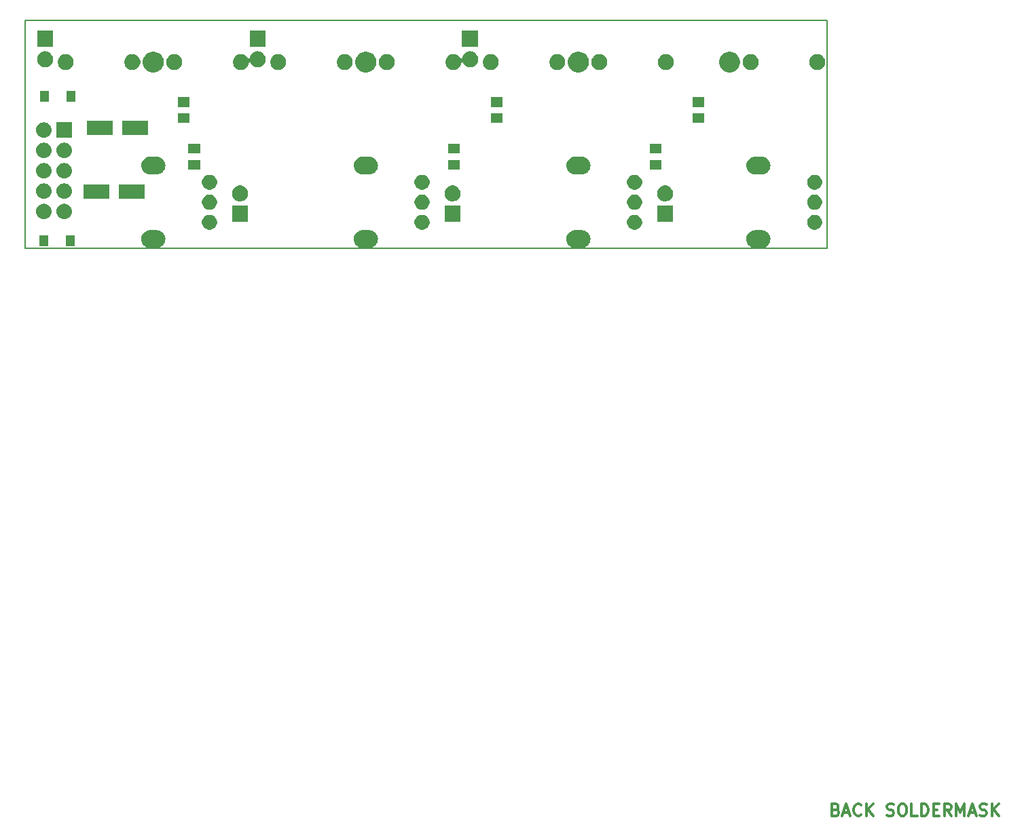
<source format=gbs>
G04 #@! TF.GenerationSoftware,KiCad,Pcbnew,(5.0.1)-3*
G04 #@! TF.CreationDate,2019-07-10T07:46:58-07:00*
G04 #@! TF.ProjectId,active_3attMix_v2,6163746976655F336174744D69785F76,V3*
G04 #@! TF.SameCoordinates,Original*
G04 #@! TF.FileFunction,Soldermask,Bot*
G04 #@! TF.FilePolarity,Negative*
%FSLAX46Y46*%
G04 Gerber Fmt 4.6, Leading zero omitted, Abs format (unit mm)*
G04 Created by KiCad (PCBNEW (5.0.1)-3) date 7/10/2019 7:46:58 AM*
%MOMM*%
%LPD*%
G01*
G04 APERTURE LIST*
%ADD10C,0.300000*%
%ADD11C,0.150000*%
%ADD12C,0.100000*%
G04 APERTURE END LIST*
D10*
X199616642Y-189313357D02*
X199830928Y-189384785D01*
X199902357Y-189456214D01*
X199973785Y-189599071D01*
X199973785Y-189813357D01*
X199902357Y-189956214D01*
X199830928Y-190027642D01*
X199688071Y-190099071D01*
X199116642Y-190099071D01*
X199116642Y-188599071D01*
X199616642Y-188599071D01*
X199759500Y-188670500D01*
X199830928Y-188741928D01*
X199902357Y-188884785D01*
X199902357Y-189027642D01*
X199830928Y-189170500D01*
X199759500Y-189241928D01*
X199616642Y-189313357D01*
X199116642Y-189313357D01*
X200545214Y-189670500D02*
X201259500Y-189670500D01*
X200402357Y-190099071D02*
X200902357Y-188599071D01*
X201402357Y-190099071D01*
X202759500Y-189956214D02*
X202688071Y-190027642D01*
X202473785Y-190099071D01*
X202330928Y-190099071D01*
X202116642Y-190027642D01*
X201973785Y-189884785D01*
X201902357Y-189741928D01*
X201830928Y-189456214D01*
X201830928Y-189241928D01*
X201902357Y-188956214D01*
X201973785Y-188813357D01*
X202116642Y-188670500D01*
X202330928Y-188599071D01*
X202473785Y-188599071D01*
X202688071Y-188670500D01*
X202759500Y-188741928D01*
X203402357Y-190099071D02*
X203402357Y-188599071D01*
X204259500Y-190099071D02*
X203616642Y-189241928D01*
X204259500Y-188599071D02*
X203402357Y-189456214D01*
X205973785Y-190027642D02*
X206188071Y-190099071D01*
X206545214Y-190099071D01*
X206688071Y-190027642D01*
X206759500Y-189956214D01*
X206830928Y-189813357D01*
X206830928Y-189670500D01*
X206759500Y-189527642D01*
X206688071Y-189456214D01*
X206545214Y-189384785D01*
X206259500Y-189313357D01*
X206116642Y-189241928D01*
X206045214Y-189170500D01*
X205973785Y-189027642D01*
X205973785Y-188884785D01*
X206045214Y-188741928D01*
X206116642Y-188670500D01*
X206259500Y-188599071D01*
X206616642Y-188599071D01*
X206830928Y-188670500D01*
X207759500Y-188599071D02*
X208045214Y-188599071D01*
X208188071Y-188670500D01*
X208330928Y-188813357D01*
X208402357Y-189099071D01*
X208402357Y-189599071D01*
X208330928Y-189884785D01*
X208188071Y-190027642D01*
X208045214Y-190099071D01*
X207759500Y-190099071D01*
X207616642Y-190027642D01*
X207473785Y-189884785D01*
X207402357Y-189599071D01*
X207402357Y-189099071D01*
X207473785Y-188813357D01*
X207616642Y-188670500D01*
X207759500Y-188599071D01*
X209759500Y-190099071D02*
X209045214Y-190099071D01*
X209045214Y-188599071D01*
X210259500Y-190099071D02*
X210259500Y-188599071D01*
X210616642Y-188599071D01*
X210830928Y-188670500D01*
X210973785Y-188813357D01*
X211045214Y-188956214D01*
X211116642Y-189241928D01*
X211116642Y-189456214D01*
X211045214Y-189741928D01*
X210973785Y-189884785D01*
X210830928Y-190027642D01*
X210616642Y-190099071D01*
X210259500Y-190099071D01*
X211759500Y-189313357D02*
X212259500Y-189313357D01*
X212473785Y-190099071D02*
X211759500Y-190099071D01*
X211759500Y-188599071D01*
X212473785Y-188599071D01*
X213973785Y-190099071D02*
X213473785Y-189384785D01*
X213116642Y-190099071D02*
X213116642Y-188599071D01*
X213688071Y-188599071D01*
X213830928Y-188670500D01*
X213902357Y-188741928D01*
X213973785Y-188884785D01*
X213973785Y-189099071D01*
X213902357Y-189241928D01*
X213830928Y-189313357D01*
X213688071Y-189384785D01*
X213116642Y-189384785D01*
X214616642Y-190099071D02*
X214616642Y-188599071D01*
X215116642Y-189670500D01*
X215616642Y-188599071D01*
X215616642Y-190099071D01*
X216259500Y-189670500D02*
X216973785Y-189670500D01*
X216116642Y-190099071D02*
X216616642Y-188599071D01*
X217116642Y-190099071D01*
X217545214Y-190027642D02*
X217759500Y-190099071D01*
X218116642Y-190099071D01*
X218259500Y-190027642D01*
X218330928Y-189956214D01*
X218402357Y-189813357D01*
X218402357Y-189670500D01*
X218330928Y-189527642D01*
X218259500Y-189456214D01*
X218116642Y-189384785D01*
X217830928Y-189313357D01*
X217688071Y-189241928D01*
X217616642Y-189170500D01*
X217545214Y-189027642D01*
X217545214Y-188884785D01*
X217616642Y-188741928D01*
X217688071Y-188670500D01*
X217830928Y-188599071D01*
X218188071Y-188599071D01*
X218402357Y-188670500D01*
X219045214Y-190099071D02*
X219045214Y-188599071D01*
X219902357Y-190099071D02*
X219259500Y-189241928D01*
X219902357Y-188599071D02*
X219045214Y-189456214D01*
D11*
X98501100Y-119238600D02*
X198501100Y-119238600D01*
X198501100Y-119238600D02*
X198501100Y-90768600D01*
X198501100Y-90768600D02*
X98501100Y-90768600D01*
X98501100Y-90768600D02*
X98501100Y-119238600D01*
D12*
G36*
X141615639Y-117015916D02*
X141822986Y-117078815D01*
X141822988Y-117078816D01*
X142014084Y-117180958D01*
X142181581Y-117318419D01*
X142319042Y-117485916D01*
X142421184Y-117677012D01*
X142484084Y-117884362D01*
X142505322Y-118100000D01*
X142484084Y-118315638D01*
X142421184Y-118522988D01*
X142319042Y-118714084D01*
X142181581Y-118881581D01*
X142014084Y-119019042D01*
X141822988Y-119121184D01*
X141822986Y-119121185D01*
X141615639Y-119184084D01*
X141454038Y-119200000D01*
X140545962Y-119200000D01*
X140384361Y-119184084D01*
X140177014Y-119121185D01*
X140177012Y-119121184D01*
X139985916Y-119019042D01*
X139818419Y-118881581D01*
X139680958Y-118714084D01*
X139578816Y-118522988D01*
X139515916Y-118315638D01*
X139494678Y-118100000D01*
X139515916Y-117884362D01*
X139578816Y-117677012D01*
X139680958Y-117485916D01*
X139818419Y-117318419D01*
X139985916Y-117180958D01*
X140177012Y-117078816D01*
X140177014Y-117078815D01*
X140384361Y-117015916D01*
X140545962Y-117000000D01*
X141454038Y-117000000D01*
X141615639Y-117015916D01*
X141615639Y-117015916D01*
G37*
G36*
X168115639Y-117015916D02*
X168322986Y-117078815D01*
X168322988Y-117078816D01*
X168514084Y-117180958D01*
X168681581Y-117318419D01*
X168819042Y-117485916D01*
X168921184Y-117677012D01*
X168984084Y-117884362D01*
X169005322Y-118100000D01*
X168984084Y-118315638D01*
X168921184Y-118522988D01*
X168819042Y-118714084D01*
X168681581Y-118881581D01*
X168514084Y-119019042D01*
X168322988Y-119121184D01*
X168322986Y-119121185D01*
X168115639Y-119184084D01*
X167954038Y-119200000D01*
X167045962Y-119200000D01*
X166884361Y-119184084D01*
X166677014Y-119121185D01*
X166677012Y-119121184D01*
X166485916Y-119019042D01*
X166318419Y-118881581D01*
X166180958Y-118714084D01*
X166078816Y-118522988D01*
X166015916Y-118315638D01*
X165994678Y-118100000D01*
X166015916Y-117884362D01*
X166078816Y-117677012D01*
X166180958Y-117485916D01*
X166318419Y-117318419D01*
X166485916Y-117180958D01*
X166677012Y-117078816D01*
X166677014Y-117078815D01*
X166884361Y-117015916D01*
X167045962Y-117000000D01*
X167954038Y-117000000D01*
X168115639Y-117015916D01*
X168115639Y-117015916D01*
G37*
G36*
X190565639Y-117015916D02*
X190772986Y-117078815D01*
X190772988Y-117078816D01*
X190964084Y-117180958D01*
X191131581Y-117318419D01*
X191269042Y-117485916D01*
X191371184Y-117677012D01*
X191434084Y-117884362D01*
X191455322Y-118100000D01*
X191434084Y-118315638D01*
X191371184Y-118522988D01*
X191269042Y-118714084D01*
X191131581Y-118881581D01*
X190964084Y-119019042D01*
X190772988Y-119121184D01*
X190772986Y-119121185D01*
X190565639Y-119184084D01*
X190404038Y-119200000D01*
X189495962Y-119200000D01*
X189334361Y-119184084D01*
X189127014Y-119121185D01*
X189127012Y-119121184D01*
X188935916Y-119019042D01*
X188768419Y-118881581D01*
X188630958Y-118714084D01*
X188528816Y-118522988D01*
X188465916Y-118315638D01*
X188444678Y-118100000D01*
X188465916Y-117884362D01*
X188528816Y-117677012D01*
X188630958Y-117485916D01*
X188768419Y-117318419D01*
X188935916Y-117180958D01*
X189127012Y-117078816D01*
X189127014Y-117078815D01*
X189334361Y-117015916D01*
X189495962Y-117000000D01*
X190404038Y-117000000D01*
X190565639Y-117015916D01*
X190565639Y-117015916D01*
G37*
G36*
X115115639Y-117015916D02*
X115322986Y-117078815D01*
X115322988Y-117078816D01*
X115514084Y-117180958D01*
X115681581Y-117318419D01*
X115819042Y-117485916D01*
X115921184Y-117677012D01*
X115984084Y-117884362D01*
X116005322Y-118100000D01*
X115984084Y-118315638D01*
X115921184Y-118522988D01*
X115819042Y-118714084D01*
X115681581Y-118881581D01*
X115514084Y-119019042D01*
X115322988Y-119121184D01*
X115322986Y-119121185D01*
X115115639Y-119184084D01*
X114954038Y-119200000D01*
X114045962Y-119200000D01*
X113884361Y-119184084D01*
X113677014Y-119121185D01*
X113677012Y-119121184D01*
X113485916Y-119019042D01*
X113318419Y-118881581D01*
X113180958Y-118714084D01*
X113078816Y-118522988D01*
X113015916Y-118315638D01*
X112994678Y-118100000D01*
X113015916Y-117884362D01*
X113078816Y-117677012D01*
X113180958Y-117485916D01*
X113318419Y-117318419D01*
X113485916Y-117180958D01*
X113677012Y-117078816D01*
X113677014Y-117078815D01*
X113884361Y-117015916D01*
X114045962Y-117000000D01*
X114954038Y-117000000D01*
X115115639Y-117015916D01*
X115115639Y-117015916D01*
G37*
G36*
X104700000Y-119000000D02*
X103600000Y-119000000D01*
X103600000Y-117600000D01*
X104700000Y-117600000D01*
X104700000Y-119000000D01*
X104700000Y-119000000D01*
G37*
G36*
X101400000Y-119000000D02*
X100300000Y-119000000D01*
X100300000Y-117600000D01*
X101400000Y-117600000D01*
X101400000Y-119000000D01*
X101400000Y-119000000D01*
G37*
G36*
X121773663Y-115097854D02*
X121944405Y-115168578D01*
X122098068Y-115271252D01*
X122228748Y-115401932D01*
X122331422Y-115555595D01*
X122402146Y-115726337D01*
X122438200Y-115907595D01*
X122438200Y-116092405D01*
X122402146Y-116273663D01*
X122331422Y-116444405D01*
X122228748Y-116598068D01*
X122098068Y-116728748D01*
X121944405Y-116831422D01*
X121773663Y-116902146D01*
X121592405Y-116938200D01*
X121407595Y-116938200D01*
X121226337Y-116902146D01*
X121055595Y-116831422D01*
X120901932Y-116728748D01*
X120771252Y-116598068D01*
X120668578Y-116444405D01*
X120597854Y-116273663D01*
X120561800Y-116092405D01*
X120561800Y-115907595D01*
X120597854Y-115726337D01*
X120668578Y-115555595D01*
X120771252Y-115401932D01*
X120901932Y-115271252D01*
X121055595Y-115168578D01*
X121226337Y-115097854D01*
X121407595Y-115061800D01*
X121592405Y-115061800D01*
X121773663Y-115097854D01*
X121773663Y-115097854D01*
G37*
G36*
X148273663Y-115097854D02*
X148444405Y-115168578D01*
X148598068Y-115271252D01*
X148728748Y-115401932D01*
X148831422Y-115555595D01*
X148902146Y-115726337D01*
X148938200Y-115907595D01*
X148938200Y-116092405D01*
X148902146Y-116273663D01*
X148831422Y-116444405D01*
X148728748Y-116598068D01*
X148598068Y-116728748D01*
X148444405Y-116831422D01*
X148273663Y-116902146D01*
X148092405Y-116938200D01*
X147907595Y-116938200D01*
X147726337Y-116902146D01*
X147555595Y-116831422D01*
X147401932Y-116728748D01*
X147271252Y-116598068D01*
X147168578Y-116444405D01*
X147097854Y-116273663D01*
X147061800Y-116092405D01*
X147061800Y-115907595D01*
X147097854Y-115726337D01*
X147168578Y-115555595D01*
X147271252Y-115401932D01*
X147401932Y-115271252D01*
X147555595Y-115168578D01*
X147726337Y-115097854D01*
X147907595Y-115061800D01*
X148092405Y-115061800D01*
X148273663Y-115097854D01*
X148273663Y-115097854D01*
G37*
G36*
X174773663Y-115097854D02*
X174944405Y-115168578D01*
X175098068Y-115271252D01*
X175228748Y-115401932D01*
X175331422Y-115555595D01*
X175402146Y-115726337D01*
X175438200Y-115907595D01*
X175438200Y-116092405D01*
X175402146Y-116273663D01*
X175331422Y-116444405D01*
X175228748Y-116598068D01*
X175098068Y-116728748D01*
X174944405Y-116831422D01*
X174773663Y-116902146D01*
X174592405Y-116938200D01*
X174407595Y-116938200D01*
X174226337Y-116902146D01*
X174055595Y-116831422D01*
X173901932Y-116728748D01*
X173771252Y-116598068D01*
X173668578Y-116444405D01*
X173597854Y-116273663D01*
X173561800Y-116092405D01*
X173561800Y-115907595D01*
X173597854Y-115726337D01*
X173668578Y-115555595D01*
X173771252Y-115401932D01*
X173901932Y-115271252D01*
X174055595Y-115168578D01*
X174226337Y-115097854D01*
X174407595Y-115061800D01*
X174592405Y-115061800D01*
X174773663Y-115097854D01*
X174773663Y-115097854D01*
G37*
G36*
X197223663Y-115097854D02*
X197394405Y-115168578D01*
X197548068Y-115271252D01*
X197678748Y-115401932D01*
X197781422Y-115555595D01*
X197852146Y-115726337D01*
X197888200Y-115907595D01*
X197888200Y-116092405D01*
X197852146Y-116273663D01*
X197781422Y-116444405D01*
X197678748Y-116598068D01*
X197548068Y-116728748D01*
X197394405Y-116831422D01*
X197223663Y-116902146D01*
X197042405Y-116938200D01*
X196857595Y-116938200D01*
X196676337Y-116902146D01*
X196505595Y-116831422D01*
X196351932Y-116728748D01*
X196221252Y-116598068D01*
X196118578Y-116444405D01*
X196047854Y-116273663D01*
X196011800Y-116092405D01*
X196011800Y-115907595D01*
X196047854Y-115726337D01*
X196118578Y-115555595D01*
X196221252Y-115401932D01*
X196351932Y-115271252D01*
X196505595Y-115168578D01*
X196676337Y-115097854D01*
X196857595Y-115061800D01*
X197042405Y-115061800D01*
X197223663Y-115097854D01*
X197223663Y-115097854D01*
G37*
G36*
X179300000Y-115940000D02*
X177300000Y-115940000D01*
X177300000Y-113940000D01*
X179300000Y-113940000D01*
X179300000Y-115940000D01*
X179300000Y-115940000D01*
G37*
G36*
X126300000Y-115940000D02*
X124300000Y-115940000D01*
X124300000Y-113940000D01*
X126300000Y-113940000D01*
X126300000Y-115940000D01*
X126300000Y-115940000D01*
G37*
G36*
X152800000Y-115940000D02*
X150800000Y-115940000D01*
X150800000Y-113940000D01*
X152800000Y-113940000D01*
X152800000Y-115940000D01*
X152800000Y-115940000D01*
G37*
G36*
X103588900Y-113710342D02*
X103770536Y-113765442D01*
X103770538Y-113765443D01*
X103854238Y-113810181D01*
X103937940Y-113854921D01*
X104084665Y-113975335D01*
X104205079Y-114122060D01*
X104294558Y-114289464D01*
X104349658Y-114471100D01*
X104368262Y-114660000D01*
X104349658Y-114848900D01*
X104294558Y-115030536D01*
X104205079Y-115197940D01*
X104084665Y-115344665D01*
X103937940Y-115465079D01*
X103770536Y-115554558D01*
X103588900Y-115609658D01*
X103447338Y-115623600D01*
X103352662Y-115623600D01*
X103211100Y-115609658D01*
X103029464Y-115554558D01*
X102862060Y-115465079D01*
X102715335Y-115344665D01*
X102594921Y-115197940D01*
X102505442Y-115030536D01*
X102450342Y-114848900D01*
X102431738Y-114660000D01*
X102450342Y-114471100D01*
X102505442Y-114289464D01*
X102594921Y-114122060D01*
X102715335Y-113975335D01*
X102862060Y-113854921D01*
X102945762Y-113810181D01*
X103029462Y-113765443D01*
X103029464Y-113765442D01*
X103211100Y-113710342D01*
X103352662Y-113696400D01*
X103447338Y-113696400D01*
X103588900Y-113710342D01*
X103588900Y-113710342D01*
G37*
G36*
X101048900Y-113710342D02*
X101230536Y-113765442D01*
X101230538Y-113765443D01*
X101314238Y-113810181D01*
X101397940Y-113854921D01*
X101544665Y-113975335D01*
X101665079Y-114122060D01*
X101754558Y-114289464D01*
X101809658Y-114471100D01*
X101828262Y-114660000D01*
X101809658Y-114848900D01*
X101754558Y-115030536D01*
X101665079Y-115197940D01*
X101544665Y-115344665D01*
X101397940Y-115465079D01*
X101230536Y-115554558D01*
X101048900Y-115609658D01*
X100907338Y-115623600D01*
X100812662Y-115623600D01*
X100671100Y-115609658D01*
X100489464Y-115554558D01*
X100322060Y-115465079D01*
X100175335Y-115344665D01*
X100054921Y-115197940D01*
X99965442Y-115030536D01*
X99910342Y-114848900D01*
X99891738Y-114660000D01*
X99910342Y-114471100D01*
X99965442Y-114289464D01*
X100054921Y-114122060D01*
X100175335Y-113975335D01*
X100322060Y-113854921D01*
X100405762Y-113810181D01*
X100489462Y-113765443D01*
X100489464Y-113765442D01*
X100671100Y-113710342D01*
X100812662Y-113696400D01*
X100907338Y-113696400D01*
X101048900Y-113710342D01*
X101048900Y-113710342D01*
G37*
G36*
X174773663Y-112597854D02*
X174944405Y-112668578D01*
X175098068Y-112771252D01*
X175228748Y-112901932D01*
X175331422Y-113055595D01*
X175402146Y-113226337D01*
X175438200Y-113407595D01*
X175438200Y-113592405D01*
X175402146Y-113773663D01*
X175331422Y-113944405D01*
X175228748Y-114098068D01*
X175098068Y-114228748D01*
X174944405Y-114331422D01*
X174773663Y-114402146D01*
X174592405Y-114438200D01*
X174407595Y-114438200D01*
X174226337Y-114402146D01*
X174055595Y-114331422D01*
X173901932Y-114228748D01*
X173771252Y-114098068D01*
X173668578Y-113944405D01*
X173597854Y-113773663D01*
X173561800Y-113592405D01*
X173561800Y-113407595D01*
X173597854Y-113226337D01*
X173668578Y-113055595D01*
X173771252Y-112901932D01*
X173901932Y-112771252D01*
X174055595Y-112668578D01*
X174226337Y-112597854D01*
X174407595Y-112561800D01*
X174592405Y-112561800D01*
X174773663Y-112597854D01*
X174773663Y-112597854D01*
G37*
G36*
X197223663Y-112597854D02*
X197394405Y-112668578D01*
X197548068Y-112771252D01*
X197678748Y-112901932D01*
X197781422Y-113055595D01*
X197852146Y-113226337D01*
X197888200Y-113407595D01*
X197888200Y-113592405D01*
X197852146Y-113773663D01*
X197781422Y-113944405D01*
X197678748Y-114098068D01*
X197548068Y-114228748D01*
X197394405Y-114331422D01*
X197223663Y-114402146D01*
X197042405Y-114438200D01*
X196857595Y-114438200D01*
X196676337Y-114402146D01*
X196505595Y-114331422D01*
X196351932Y-114228748D01*
X196221252Y-114098068D01*
X196118578Y-113944405D01*
X196047854Y-113773663D01*
X196011800Y-113592405D01*
X196011800Y-113407595D01*
X196047854Y-113226337D01*
X196118578Y-113055595D01*
X196221252Y-112901932D01*
X196351932Y-112771252D01*
X196505595Y-112668578D01*
X196676337Y-112597854D01*
X196857595Y-112561800D01*
X197042405Y-112561800D01*
X197223663Y-112597854D01*
X197223663Y-112597854D01*
G37*
G36*
X121773663Y-112597854D02*
X121944405Y-112668578D01*
X122098068Y-112771252D01*
X122228748Y-112901932D01*
X122331422Y-113055595D01*
X122402146Y-113226337D01*
X122438200Y-113407595D01*
X122438200Y-113592405D01*
X122402146Y-113773663D01*
X122331422Y-113944405D01*
X122228748Y-114098068D01*
X122098068Y-114228748D01*
X121944405Y-114331422D01*
X121773663Y-114402146D01*
X121592405Y-114438200D01*
X121407595Y-114438200D01*
X121226337Y-114402146D01*
X121055595Y-114331422D01*
X120901932Y-114228748D01*
X120771252Y-114098068D01*
X120668578Y-113944405D01*
X120597854Y-113773663D01*
X120561800Y-113592405D01*
X120561800Y-113407595D01*
X120597854Y-113226337D01*
X120668578Y-113055595D01*
X120771252Y-112901932D01*
X120901932Y-112771252D01*
X121055595Y-112668578D01*
X121226337Y-112597854D01*
X121407595Y-112561800D01*
X121592405Y-112561800D01*
X121773663Y-112597854D01*
X121773663Y-112597854D01*
G37*
G36*
X148273663Y-112597854D02*
X148444405Y-112668578D01*
X148598068Y-112771252D01*
X148728748Y-112901932D01*
X148831422Y-113055595D01*
X148902146Y-113226337D01*
X148938200Y-113407595D01*
X148938200Y-113592405D01*
X148902146Y-113773663D01*
X148831422Y-113944405D01*
X148728748Y-114098068D01*
X148598068Y-114228748D01*
X148444405Y-114331422D01*
X148273663Y-114402146D01*
X148092405Y-114438200D01*
X147907595Y-114438200D01*
X147726337Y-114402146D01*
X147555595Y-114331422D01*
X147401932Y-114228748D01*
X147271252Y-114098068D01*
X147168578Y-113944405D01*
X147097854Y-113773663D01*
X147061800Y-113592405D01*
X147061800Y-113407595D01*
X147097854Y-113226337D01*
X147168578Y-113055595D01*
X147271252Y-112901932D01*
X147401932Y-112771252D01*
X147555595Y-112668578D01*
X147726337Y-112597854D01*
X147907595Y-112561800D01*
X148092405Y-112561800D01*
X148273663Y-112597854D01*
X148273663Y-112597854D01*
G37*
G36*
X125475770Y-111415372D02*
X125591689Y-111438429D01*
X125773678Y-111513811D01*
X125937463Y-111623249D01*
X126076751Y-111762537D01*
X126186189Y-111926322D01*
X126261571Y-112108311D01*
X126300000Y-112301509D01*
X126300000Y-112498491D01*
X126261571Y-112691689D01*
X126186189Y-112873678D01*
X126076751Y-113037463D01*
X125937463Y-113176751D01*
X125773678Y-113286189D01*
X125591689Y-113361571D01*
X125475770Y-113384628D01*
X125398493Y-113400000D01*
X125201507Y-113400000D01*
X125124230Y-113384628D01*
X125008311Y-113361571D01*
X124826322Y-113286189D01*
X124662537Y-113176751D01*
X124523249Y-113037463D01*
X124413811Y-112873678D01*
X124338429Y-112691689D01*
X124300000Y-112498491D01*
X124300000Y-112301509D01*
X124338429Y-112108311D01*
X124413811Y-111926322D01*
X124523249Y-111762537D01*
X124662537Y-111623249D01*
X124826322Y-111513811D01*
X125008311Y-111438429D01*
X125124230Y-111415372D01*
X125201507Y-111400000D01*
X125398493Y-111400000D01*
X125475770Y-111415372D01*
X125475770Y-111415372D01*
G37*
G36*
X151975770Y-111415372D02*
X152091689Y-111438429D01*
X152273678Y-111513811D01*
X152437463Y-111623249D01*
X152576751Y-111762537D01*
X152686189Y-111926322D01*
X152761571Y-112108311D01*
X152800000Y-112301509D01*
X152800000Y-112498491D01*
X152761571Y-112691689D01*
X152686189Y-112873678D01*
X152576751Y-113037463D01*
X152437463Y-113176751D01*
X152273678Y-113286189D01*
X152091689Y-113361571D01*
X151975770Y-113384628D01*
X151898493Y-113400000D01*
X151701507Y-113400000D01*
X151624230Y-113384628D01*
X151508311Y-113361571D01*
X151326322Y-113286189D01*
X151162537Y-113176751D01*
X151023249Y-113037463D01*
X150913811Y-112873678D01*
X150838429Y-112691689D01*
X150800000Y-112498491D01*
X150800000Y-112301509D01*
X150838429Y-112108311D01*
X150913811Y-111926322D01*
X151023249Y-111762537D01*
X151162537Y-111623249D01*
X151326322Y-111513811D01*
X151508311Y-111438429D01*
X151624230Y-111415372D01*
X151701507Y-111400000D01*
X151898493Y-111400000D01*
X151975770Y-111415372D01*
X151975770Y-111415372D01*
G37*
G36*
X178475770Y-111415372D02*
X178591689Y-111438429D01*
X178773678Y-111513811D01*
X178937463Y-111623249D01*
X179076751Y-111762537D01*
X179186189Y-111926322D01*
X179261571Y-112108311D01*
X179300000Y-112301509D01*
X179300000Y-112498491D01*
X179261571Y-112691689D01*
X179186189Y-112873678D01*
X179076751Y-113037463D01*
X178937463Y-113176751D01*
X178773678Y-113286189D01*
X178591689Y-113361571D01*
X178475770Y-113384628D01*
X178398493Y-113400000D01*
X178201507Y-113400000D01*
X178124230Y-113384628D01*
X178008311Y-113361571D01*
X177826322Y-113286189D01*
X177662537Y-113176751D01*
X177523249Y-113037463D01*
X177413811Y-112873678D01*
X177338429Y-112691689D01*
X177300000Y-112498491D01*
X177300000Y-112301509D01*
X177338429Y-112108311D01*
X177413811Y-111926322D01*
X177523249Y-111762537D01*
X177662537Y-111623249D01*
X177826322Y-111513811D01*
X178008311Y-111438429D01*
X178124230Y-111415372D01*
X178201507Y-111400000D01*
X178398493Y-111400000D01*
X178475770Y-111415372D01*
X178475770Y-111415372D01*
G37*
G36*
X109000000Y-113100000D02*
X105800000Y-113100000D01*
X105800000Y-111300000D01*
X109000000Y-111300000D01*
X109000000Y-113100000D01*
X109000000Y-113100000D01*
G37*
G36*
X113400000Y-113100000D02*
X110200000Y-113100000D01*
X110200000Y-111300000D01*
X113400000Y-111300000D01*
X113400000Y-113100000D01*
X113400000Y-113100000D01*
G37*
G36*
X101048900Y-111170342D02*
X101230536Y-111225442D01*
X101397940Y-111314921D01*
X101544665Y-111435335D01*
X101665079Y-111582060D01*
X101754558Y-111749464D01*
X101809658Y-111931100D01*
X101828262Y-112120000D01*
X101809658Y-112308900D01*
X101754558Y-112490536D01*
X101665079Y-112657940D01*
X101544665Y-112804665D01*
X101397940Y-112925079D01*
X101230536Y-113014558D01*
X101048900Y-113069658D01*
X100907338Y-113083600D01*
X100812662Y-113083600D01*
X100671100Y-113069658D01*
X100489464Y-113014558D01*
X100322060Y-112925079D01*
X100175335Y-112804665D01*
X100054921Y-112657940D01*
X99965442Y-112490536D01*
X99910342Y-112308900D01*
X99891738Y-112120000D01*
X99910342Y-111931100D01*
X99965442Y-111749464D01*
X100054921Y-111582060D01*
X100175335Y-111435335D01*
X100322060Y-111314921D01*
X100489464Y-111225442D01*
X100671100Y-111170342D01*
X100812662Y-111156400D01*
X100907338Y-111156400D01*
X101048900Y-111170342D01*
X101048900Y-111170342D01*
G37*
G36*
X103588900Y-111170342D02*
X103770536Y-111225442D01*
X103937940Y-111314921D01*
X104084665Y-111435335D01*
X104205079Y-111582060D01*
X104294558Y-111749464D01*
X104349658Y-111931100D01*
X104368262Y-112120000D01*
X104349658Y-112308900D01*
X104294558Y-112490536D01*
X104205079Y-112657940D01*
X104084665Y-112804665D01*
X103937940Y-112925079D01*
X103770536Y-113014558D01*
X103588900Y-113069658D01*
X103447338Y-113083600D01*
X103352662Y-113083600D01*
X103211100Y-113069658D01*
X103029464Y-113014558D01*
X102862060Y-112925079D01*
X102715335Y-112804665D01*
X102594921Y-112657940D01*
X102505442Y-112490536D01*
X102450342Y-112308900D01*
X102431738Y-112120000D01*
X102450342Y-111931100D01*
X102505442Y-111749464D01*
X102594921Y-111582060D01*
X102715335Y-111435335D01*
X102862060Y-111314921D01*
X103029464Y-111225442D01*
X103211100Y-111170342D01*
X103352662Y-111156400D01*
X103447338Y-111156400D01*
X103588900Y-111170342D01*
X103588900Y-111170342D01*
G37*
G36*
X197223663Y-110097854D02*
X197394405Y-110168578D01*
X197548068Y-110271252D01*
X197678748Y-110401932D01*
X197781422Y-110555595D01*
X197852146Y-110726337D01*
X197888200Y-110907595D01*
X197888200Y-111092405D01*
X197852146Y-111273663D01*
X197781422Y-111444405D01*
X197678748Y-111598068D01*
X197548068Y-111728748D01*
X197394405Y-111831422D01*
X197223663Y-111902146D01*
X197042405Y-111938200D01*
X196857595Y-111938200D01*
X196676337Y-111902146D01*
X196505595Y-111831422D01*
X196351932Y-111728748D01*
X196221252Y-111598068D01*
X196118578Y-111444405D01*
X196047854Y-111273663D01*
X196011800Y-111092405D01*
X196011800Y-110907595D01*
X196047854Y-110726337D01*
X196118578Y-110555595D01*
X196221252Y-110401932D01*
X196351932Y-110271252D01*
X196505595Y-110168578D01*
X196676337Y-110097854D01*
X196857595Y-110061800D01*
X197042405Y-110061800D01*
X197223663Y-110097854D01*
X197223663Y-110097854D01*
G37*
G36*
X121773663Y-110097854D02*
X121944405Y-110168578D01*
X122098068Y-110271252D01*
X122228748Y-110401932D01*
X122331422Y-110555595D01*
X122402146Y-110726337D01*
X122438200Y-110907595D01*
X122438200Y-111092405D01*
X122402146Y-111273663D01*
X122331422Y-111444405D01*
X122228748Y-111598068D01*
X122098068Y-111728748D01*
X121944405Y-111831422D01*
X121773663Y-111902146D01*
X121592405Y-111938200D01*
X121407595Y-111938200D01*
X121226337Y-111902146D01*
X121055595Y-111831422D01*
X120901932Y-111728748D01*
X120771252Y-111598068D01*
X120668578Y-111444405D01*
X120597854Y-111273663D01*
X120561800Y-111092405D01*
X120561800Y-110907595D01*
X120597854Y-110726337D01*
X120668578Y-110555595D01*
X120771252Y-110401932D01*
X120901932Y-110271252D01*
X121055595Y-110168578D01*
X121226337Y-110097854D01*
X121407595Y-110061800D01*
X121592405Y-110061800D01*
X121773663Y-110097854D01*
X121773663Y-110097854D01*
G37*
G36*
X174773663Y-110097854D02*
X174944405Y-110168578D01*
X175098068Y-110271252D01*
X175228748Y-110401932D01*
X175331422Y-110555595D01*
X175402146Y-110726337D01*
X175438200Y-110907595D01*
X175438200Y-111092405D01*
X175402146Y-111273663D01*
X175331422Y-111444405D01*
X175228748Y-111598068D01*
X175098068Y-111728748D01*
X174944405Y-111831422D01*
X174773663Y-111902146D01*
X174592405Y-111938200D01*
X174407595Y-111938200D01*
X174226337Y-111902146D01*
X174055595Y-111831422D01*
X173901932Y-111728748D01*
X173771252Y-111598068D01*
X173668578Y-111444405D01*
X173597854Y-111273663D01*
X173561800Y-111092405D01*
X173561800Y-110907595D01*
X173597854Y-110726337D01*
X173668578Y-110555595D01*
X173771252Y-110401932D01*
X173901932Y-110271252D01*
X174055595Y-110168578D01*
X174226337Y-110097854D01*
X174407595Y-110061800D01*
X174592405Y-110061800D01*
X174773663Y-110097854D01*
X174773663Y-110097854D01*
G37*
G36*
X148273663Y-110097854D02*
X148444405Y-110168578D01*
X148598068Y-110271252D01*
X148728748Y-110401932D01*
X148831422Y-110555595D01*
X148902146Y-110726337D01*
X148938200Y-110907595D01*
X148938200Y-111092405D01*
X148902146Y-111273663D01*
X148831422Y-111444405D01*
X148728748Y-111598068D01*
X148598068Y-111728748D01*
X148444405Y-111831422D01*
X148273663Y-111902146D01*
X148092405Y-111938200D01*
X147907595Y-111938200D01*
X147726337Y-111902146D01*
X147555595Y-111831422D01*
X147401932Y-111728748D01*
X147271252Y-111598068D01*
X147168578Y-111444405D01*
X147097854Y-111273663D01*
X147061800Y-111092405D01*
X147061800Y-110907595D01*
X147097854Y-110726337D01*
X147168578Y-110555595D01*
X147271252Y-110401932D01*
X147401932Y-110271252D01*
X147555595Y-110168578D01*
X147726337Y-110097854D01*
X147907595Y-110061800D01*
X148092405Y-110061800D01*
X148273663Y-110097854D01*
X148273663Y-110097854D01*
G37*
G36*
X103588900Y-108630342D02*
X103770536Y-108685442D01*
X103937940Y-108774921D01*
X104084665Y-108895335D01*
X104205079Y-109042060D01*
X104294558Y-109209464D01*
X104349658Y-109391100D01*
X104368262Y-109580000D01*
X104349658Y-109768900D01*
X104294558Y-109950536D01*
X104205079Y-110117940D01*
X104084665Y-110264665D01*
X103937940Y-110385079D01*
X103770536Y-110474558D01*
X103588900Y-110529658D01*
X103447338Y-110543600D01*
X103352662Y-110543600D01*
X103211100Y-110529658D01*
X103029464Y-110474558D01*
X102862060Y-110385079D01*
X102715335Y-110264665D01*
X102594921Y-110117940D01*
X102505442Y-109950536D01*
X102450342Y-109768900D01*
X102431738Y-109580000D01*
X102450342Y-109391100D01*
X102505442Y-109209464D01*
X102594921Y-109042060D01*
X102715335Y-108895335D01*
X102862060Y-108774921D01*
X103029464Y-108685442D01*
X103211100Y-108630342D01*
X103352662Y-108616400D01*
X103447338Y-108616400D01*
X103588900Y-108630342D01*
X103588900Y-108630342D01*
G37*
G36*
X101048900Y-108630342D02*
X101230536Y-108685442D01*
X101397940Y-108774921D01*
X101544665Y-108895335D01*
X101665079Y-109042060D01*
X101754558Y-109209464D01*
X101809658Y-109391100D01*
X101828262Y-109580000D01*
X101809658Y-109768900D01*
X101754558Y-109950536D01*
X101665079Y-110117940D01*
X101544665Y-110264665D01*
X101397940Y-110385079D01*
X101230536Y-110474558D01*
X101048900Y-110529658D01*
X100907338Y-110543600D01*
X100812662Y-110543600D01*
X100671100Y-110529658D01*
X100489464Y-110474558D01*
X100322060Y-110385079D01*
X100175335Y-110264665D01*
X100054921Y-110117940D01*
X99965442Y-109950536D01*
X99910342Y-109768900D01*
X99891738Y-109580000D01*
X99910342Y-109391100D01*
X99965442Y-109209464D01*
X100054921Y-109042060D01*
X100175335Y-108895335D01*
X100322060Y-108774921D01*
X100489464Y-108685442D01*
X100671100Y-108630342D01*
X100812662Y-108616400D01*
X100907338Y-108616400D01*
X101048900Y-108630342D01*
X101048900Y-108630342D01*
G37*
G36*
X168115639Y-107815916D02*
X168322986Y-107878815D01*
X168322988Y-107878816D01*
X168514084Y-107980958D01*
X168681581Y-108118419D01*
X168819042Y-108285916D01*
X168921184Y-108477012D01*
X168921185Y-108477014D01*
X168984084Y-108684361D01*
X169005322Y-108900000D01*
X168984084Y-109115639D01*
X168955623Y-109209462D01*
X168921184Y-109322988D01*
X168819042Y-109514084D01*
X168681581Y-109681581D01*
X168514084Y-109819042D01*
X168322988Y-109921184D01*
X168322986Y-109921185D01*
X168115639Y-109984084D01*
X167954038Y-110000000D01*
X167045962Y-110000000D01*
X166884361Y-109984084D01*
X166677014Y-109921185D01*
X166677012Y-109921184D01*
X166485916Y-109819042D01*
X166318419Y-109681581D01*
X166180958Y-109514084D01*
X166078816Y-109322988D01*
X166044378Y-109209462D01*
X166015916Y-109115639D01*
X165994678Y-108900000D01*
X166015916Y-108684361D01*
X166078815Y-108477014D01*
X166078816Y-108477012D01*
X166180958Y-108285916D01*
X166318419Y-108118419D01*
X166485916Y-107980958D01*
X166677012Y-107878816D01*
X166677014Y-107878815D01*
X166884361Y-107815916D01*
X167045962Y-107800000D01*
X167954038Y-107800000D01*
X168115639Y-107815916D01*
X168115639Y-107815916D01*
G37*
G36*
X115115639Y-107815916D02*
X115322986Y-107878815D01*
X115322988Y-107878816D01*
X115514084Y-107980958D01*
X115681581Y-108118419D01*
X115819042Y-108285916D01*
X115921184Y-108477012D01*
X115921185Y-108477014D01*
X115984084Y-108684361D01*
X116005322Y-108900000D01*
X115984084Y-109115639D01*
X115955623Y-109209462D01*
X115921184Y-109322988D01*
X115819042Y-109514084D01*
X115681581Y-109681581D01*
X115514084Y-109819042D01*
X115322988Y-109921184D01*
X115322986Y-109921185D01*
X115115639Y-109984084D01*
X114954038Y-110000000D01*
X114045962Y-110000000D01*
X113884361Y-109984084D01*
X113677014Y-109921185D01*
X113677012Y-109921184D01*
X113485916Y-109819042D01*
X113318419Y-109681581D01*
X113180958Y-109514084D01*
X113078816Y-109322988D01*
X113044378Y-109209462D01*
X113015916Y-109115639D01*
X112994678Y-108900000D01*
X113015916Y-108684361D01*
X113078815Y-108477014D01*
X113078816Y-108477012D01*
X113180958Y-108285916D01*
X113318419Y-108118419D01*
X113485916Y-107980958D01*
X113677012Y-107878816D01*
X113677014Y-107878815D01*
X113884361Y-107815916D01*
X114045962Y-107800000D01*
X114954038Y-107800000D01*
X115115639Y-107815916D01*
X115115639Y-107815916D01*
G37*
G36*
X141615639Y-107815916D02*
X141822986Y-107878815D01*
X141822988Y-107878816D01*
X142014084Y-107980958D01*
X142181581Y-108118419D01*
X142319042Y-108285916D01*
X142421184Y-108477012D01*
X142421185Y-108477014D01*
X142484084Y-108684361D01*
X142505322Y-108900000D01*
X142484084Y-109115639D01*
X142455623Y-109209462D01*
X142421184Y-109322988D01*
X142319042Y-109514084D01*
X142181581Y-109681581D01*
X142014084Y-109819042D01*
X141822988Y-109921184D01*
X141822986Y-109921185D01*
X141615639Y-109984084D01*
X141454038Y-110000000D01*
X140545962Y-110000000D01*
X140384361Y-109984084D01*
X140177014Y-109921185D01*
X140177012Y-109921184D01*
X139985916Y-109819042D01*
X139818419Y-109681581D01*
X139680958Y-109514084D01*
X139578816Y-109322988D01*
X139544378Y-109209462D01*
X139515916Y-109115639D01*
X139494678Y-108900000D01*
X139515916Y-108684361D01*
X139578815Y-108477014D01*
X139578816Y-108477012D01*
X139680958Y-108285916D01*
X139818419Y-108118419D01*
X139985916Y-107980958D01*
X140177012Y-107878816D01*
X140177014Y-107878815D01*
X140384361Y-107815916D01*
X140545962Y-107800000D01*
X141454038Y-107800000D01*
X141615639Y-107815916D01*
X141615639Y-107815916D01*
G37*
G36*
X190565639Y-107815916D02*
X190772986Y-107878815D01*
X190772988Y-107878816D01*
X190964084Y-107980958D01*
X191131581Y-108118419D01*
X191269042Y-108285916D01*
X191371184Y-108477012D01*
X191371185Y-108477014D01*
X191434084Y-108684361D01*
X191455322Y-108900000D01*
X191434084Y-109115639D01*
X191405623Y-109209462D01*
X191371184Y-109322988D01*
X191269042Y-109514084D01*
X191131581Y-109681581D01*
X190964084Y-109819042D01*
X190772988Y-109921184D01*
X190772986Y-109921185D01*
X190565639Y-109984084D01*
X190404038Y-110000000D01*
X189495962Y-110000000D01*
X189334361Y-109984084D01*
X189127014Y-109921185D01*
X189127012Y-109921184D01*
X188935916Y-109819042D01*
X188768419Y-109681581D01*
X188630958Y-109514084D01*
X188528816Y-109322988D01*
X188494378Y-109209462D01*
X188465916Y-109115639D01*
X188444678Y-108900000D01*
X188465916Y-108684361D01*
X188528815Y-108477014D01*
X188528816Y-108477012D01*
X188630958Y-108285916D01*
X188768419Y-108118419D01*
X188935916Y-107980958D01*
X189127012Y-107878816D01*
X189127014Y-107878815D01*
X189334361Y-107815916D01*
X189495962Y-107800000D01*
X190404038Y-107800000D01*
X190565639Y-107815916D01*
X190565639Y-107815916D01*
G37*
G36*
X152725000Y-109400000D02*
X151275000Y-109400000D01*
X151275000Y-108200000D01*
X152725000Y-108200000D01*
X152725000Y-109400000D01*
X152725000Y-109400000D01*
G37*
G36*
X120325000Y-109400000D02*
X118875000Y-109400000D01*
X118875000Y-108200000D01*
X120325000Y-108200000D01*
X120325000Y-109400000D01*
X120325000Y-109400000D01*
G37*
G36*
X177825000Y-109400000D02*
X176375000Y-109400000D01*
X176375000Y-108200000D01*
X177825000Y-108200000D01*
X177825000Y-109400000D01*
X177825000Y-109400000D01*
G37*
G36*
X103588900Y-106090342D02*
X103770536Y-106145442D01*
X103937940Y-106234921D01*
X104084665Y-106355335D01*
X104205079Y-106502060D01*
X104294558Y-106669464D01*
X104349658Y-106851100D01*
X104368262Y-107040000D01*
X104349658Y-107228900D01*
X104294558Y-107410536D01*
X104205079Y-107577940D01*
X104084665Y-107724665D01*
X103937940Y-107845079D01*
X103770536Y-107934558D01*
X103588900Y-107989658D01*
X103447338Y-108003600D01*
X103352662Y-108003600D01*
X103211100Y-107989658D01*
X103029464Y-107934558D01*
X102862060Y-107845079D01*
X102715335Y-107724665D01*
X102594921Y-107577940D01*
X102505442Y-107410536D01*
X102450342Y-107228900D01*
X102431738Y-107040000D01*
X102450342Y-106851100D01*
X102505442Y-106669464D01*
X102594921Y-106502060D01*
X102715335Y-106355335D01*
X102862060Y-106234921D01*
X103029464Y-106145442D01*
X103211100Y-106090342D01*
X103352662Y-106076400D01*
X103447338Y-106076400D01*
X103588900Y-106090342D01*
X103588900Y-106090342D01*
G37*
G36*
X101048900Y-106090342D02*
X101230536Y-106145442D01*
X101397940Y-106234921D01*
X101544665Y-106355335D01*
X101665079Y-106502060D01*
X101754558Y-106669464D01*
X101809658Y-106851100D01*
X101828262Y-107040000D01*
X101809658Y-107228900D01*
X101754558Y-107410536D01*
X101665079Y-107577940D01*
X101544665Y-107724665D01*
X101397940Y-107845079D01*
X101230536Y-107934558D01*
X101048900Y-107989658D01*
X100907338Y-108003600D01*
X100812662Y-108003600D01*
X100671100Y-107989658D01*
X100489464Y-107934558D01*
X100322060Y-107845079D01*
X100175335Y-107724665D01*
X100054921Y-107577940D01*
X99965442Y-107410536D01*
X99910342Y-107228900D01*
X99891738Y-107040000D01*
X99910342Y-106851100D01*
X99965442Y-106669464D01*
X100054921Y-106502060D01*
X100175335Y-106355335D01*
X100322060Y-106234921D01*
X100489464Y-106145442D01*
X100671100Y-106090342D01*
X100812662Y-106076400D01*
X100907338Y-106076400D01*
X101048900Y-106090342D01*
X101048900Y-106090342D01*
G37*
G36*
X152725000Y-107400000D02*
X151275000Y-107400000D01*
X151275000Y-106200000D01*
X152725000Y-106200000D01*
X152725000Y-107400000D01*
X152725000Y-107400000D01*
G37*
G36*
X177825000Y-107400000D02*
X176375000Y-107400000D01*
X176375000Y-106200000D01*
X177825000Y-106200000D01*
X177825000Y-107400000D01*
X177825000Y-107400000D01*
G37*
G36*
X120325000Y-107400000D02*
X118875000Y-107400000D01*
X118875000Y-106200000D01*
X120325000Y-106200000D01*
X120325000Y-107400000D01*
X120325000Y-107400000D01*
G37*
G36*
X104363600Y-105463600D02*
X102436400Y-105463600D01*
X102436400Y-103536400D01*
X104363600Y-103536400D01*
X104363600Y-105463600D01*
X104363600Y-105463600D01*
G37*
G36*
X101048900Y-103550342D02*
X101230536Y-103605442D01*
X101397940Y-103694921D01*
X101544665Y-103815335D01*
X101665079Y-103962060D01*
X101754558Y-104129464D01*
X101809658Y-104311100D01*
X101828262Y-104500000D01*
X101809658Y-104688900D01*
X101754558Y-104870536D01*
X101665079Y-105037940D01*
X101544665Y-105184665D01*
X101397940Y-105305079D01*
X101230536Y-105394558D01*
X101048900Y-105449658D01*
X100907338Y-105463600D01*
X100812662Y-105463600D01*
X100671100Y-105449658D01*
X100489464Y-105394558D01*
X100322060Y-105305079D01*
X100175335Y-105184665D01*
X100054921Y-105037940D01*
X99965442Y-104870536D01*
X99910342Y-104688900D01*
X99891738Y-104500000D01*
X99910342Y-104311100D01*
X99965442Y-104129464D01*
X100054921Y-103962060D01*
X100175335Y-103815335D01*
X100322060Y-103694921D01*
X100489464Y-103605442D01*
X100671100Y-103550342D01*
X100812662Y-103536400D01*
X100907338Y-103536400D01*
X101048900Y-103550342D01*
X101048900Y-103550342D01*
G37*
G36*
X113800000Y-105100000D02*
X110600000Y-105100000D01*
X110600000Y-103300000D01*
X113800000Y-103300000D01*
X113800000Y-105100000D01*
X113800000Y-105100000D01*
G37*
G36*
X109400000Y-105100000D02*
X106200000Y-105100000D01*
X106200000Y-103300000D01*
X109400000Y-103300000D01*
X109400000Y-105100000D01*
X109400000Y-105100000D01*
G37*
G36*
X119025000Y-103600000D02*
X117575000Y-103600000D01*
X117575000Y-102400000D01*
X119025000Y-102400000D01*
X119025000Y-103600000D01*
X119025000Y-103600000D01*
G37*
G36*
X158025000Y-103600000D02*
X156575000Y-103600000D01*
X156575000Y-102400000D01*
X158025000Y-102400000D01*
X158025000Y-103600000D01*
X158025000Y-103600000D01*
G37*
G36*
X183225000Y-103600000D02*
X181775000Y-103600000D01*
X181775000Y-102400000D01*
X183225000Y-102400000D01*
X183225000Y-103600000D01*
X183225000Y-103600000D01*
G37*
G36*
X183225000Y-101600000D02*
X181775000Y-101600000D01*
X181775000Y-100400000D01*
X183225000Y-100400000D01*
X183225000Y-101600000D01*
X183225000Y-101600000D01*
G37*
G36*
X158025000Y-101600000D02*
X156575000Y-101600000D01*
X156575000Y-100400000D01*
X158025000Y-100400000D01*
X158025000Y-101600000D01*
X158025000Y-101600000D01*
G37*
G36*
X119025000Y-101600000D02*
X117575000Y-101600000D01*
X117575000Y-100400000D01*
X119025000Y-100400000D01*
X119025000Y-101600000D01*
X119025000Y-101600000D01*
G37*
G36*
X104800000Y-101000000D02*
X103700000Y-101000000D01*
X103700000Y-99600000D01*
X104800000Y-99600000D01*
X104800000Y-101000000D01*
X104800000Y-101000000D01*
G37*
G36*
X101500000Y-101000000D02*
X100400000Y-101000000D01*
X100400000Y-99600000D01*
X101500000Y-99600000D01*
X101500000Y-101000000D01*
X101500000Y-101000000D01*
G37*
G36*
X141379196Y-94749958D02*
X141615780Y-94847954D01*
X141828705Y-94990226D01*
X142009774Y-95171295D01*
X142152046Y-95384220D01*
X142250042Y-95620804D01*
X142300000Y-95871960D01*
X142300000Y-96128040D01*
X142250042Y-96379196D01*
X142152046Y-96615780D01*
X142009774Y-96828705D01*
X141828705Y-97009774D01*
X141615780Y-97152046D01*
X141379196Y-97250042D01*
X141128040Y-97300000D01*
X140871960Y-97300000D01*
X140620804Y-97250042D01*
X140384220Y-97152046D01*
X140171295Y-97009774D01*
X139990226Y-96828705D01*
X139847954Y-96615780D01*
X139749958Y-96379196D01*
X139700000Y-96128040D01*
X139700000Y-95871960D01*
X139749958Y-95620804D01*
X139847954Y-95384220D01*
X139990226Y-95171295D01*
X140171295Y-94990226D01*
X140384220Y-94847954D01*
X140620804Y-94749958D01*
X140871960Y-94700000D01*
X141128040Y-94700000D01*
X141379196Y-94749958D01*
X141379196Y-94749958D01*
G37*
G36*
X186729196Y-94749958D02*
X186965780Y-94847954D01*
X187178705Y-94990226D01*
X187359774Y-95171295D01*
X187502046Y-95384220D01*
X187600042Y-95620804D01*
X187650000Y-95871960D01*
X187650000Y-96128040D01*
X187600042Y-96379196D01*
X187502046Y-96615780D01*
X187359774Y-96828705D01*
X187178705Y-97009774D01*
X186965780Y-97152046D01*
X186729196Y-97250042D01*
X186478040Y-97300000D01*
X186221960Y-97300000D01*
X185970804Y-97250042D01*
X185734220Y-97152046D01*
X185521295Y-97009774D01*
X185340226Y-96828705D01*
X185197954Y-96615780D01*
X185099958Y-96379196D01*
X185050000Y-96128040D01*
X185050000Y-95871960D01*
X185099958Y-95620804D01*
X185197954Y-95384220D01*
X185340226Y-95171295D01*
X185521295Y-94990226D01*
X185734220Y-94847954D01*
X185970804Y-94749958D01*
X186221960Y-94700000D01*
X186478040Y-94700000D01*
X186729196Y-94749958D01*
X186729196Y-94749958D01*
G37*
G36*
X167879196Y-94749958D02*
X168115780Y-94847954D01*
X168328705Y-94990226D01*
X168509774Y-95171295D01*
X168652046Y-95384220D01*
X168750042Y-95620804D01*
X168800000Y-95871960D01*
X168800000Y-96128040D01*
X168750042Y-96379196D01*
X168652046Y-96615780D01*
X168509774Y-96828705D01*
X168328705Y-97009774D01*
X168115780Y-97152046D01*
X167879196Y-97250042D01*
X167628040Y-97300000D01*
X167371960Y-97300000D01*
X167120804Y-97250042D01*
X166884220Y-97152046D01*
X166671295Y-97009774D01*
X166490226Y-96828705D01*
X166347954Y-96615780D01*
X166249958Y-96379196D01*
X166200000Y-96128040D01*
X166200000Y-95871960D01*
X166249958Y-95620804D01*
X166347954Y-95384220D01*
X166490226Y-95171295D01*
X166671295Y-94990226D01*
X166884220Y-94847954D01*
X167120804Y-94749958D01*
X167371960Y-94700000D01*
X167628040Y-94700000D01*
X167879196Y-94749958D01*
X167879196Y-94749958D01*
G37*
G36*
X114879196Y-94749958D02*
X115115780Y-94847954D01*
X115328705Y-94990226D01*
X115509774Y-95171295D01*
X115652046Y-95384220D01*
X115750042Y-95620804D01*
X115800000Y-95871960D01*
X115800000Y-96128040D01*
X115750042Y-96379196D01*
X115652046Y-96615780D01*
X115509774Y-96828705D01*
X115328705Y-97009774D01*
X115115780Y-97152046D01*
X114879196Y-97250042D01*
X114628040Y-97300000D01*
X114371960Y-97300000D01*
X114120804Y-97250042D01*
X113884220Y-97152046D01*
X113671295Y-97009774D01*
X113490226Y-96828705D01*
X113347954Y-96615780D01*
X113249958Y-96379196D01*
X113200000Y-96128040D01*
X113200000Y-95871960D01*
X113249958Y-95620804D01*
X113347954Y-95384220D01*
X113490226Y-95171295D01*
X113671295Y-94990226D01*
X113884220Y-94847954D01*
X114120804Y-94749958D01*
X114371960Y-94700000D01*
X114628040Y-94700000D01*
X114879196Y-94749958D01*
X114879196Y-94749958D01*
G37*
G36*
X154175770Y-94655372D02*
X154291689Y-94678429D01*
X154473678Y-94753811D01*
X154637463Y-94863249D01*
X154776751Y-95002537D01*
X154886189Y-95166322D01*
X154961571Y-95348311D01*
X154984628Y-95464230D01*
X154998016Y-95531532D01*
X155000000Y-95541509D01*
X155000000Y-95738491D01*
X154961571Y-95931689D01*
X154886189Y-96113678D01*
X154776751Y-96277463D01*
X154637463Y-96416751D01*
X154473678Y-96526189D01*
X154291689Y-96601571D01*
X154175770Y-96624628D01*
X154098493Y-96640000D01*
X153901507Y-96640000D01*
X153824230Y-96624628D01*
X153708311Y-96601571D01*
X153526322Y-96526189D01*
X153362537Y-96416751D01*
X153223249Y-96277463D01*
X153121142Y-96124649D01*
X153105603Y-96105715D01*
X153086661Y-96090170D01*
X153065050Y-96078619D01*
X153041601Y-96071506D01*
X153017215Y-96069104D01*
X152992828Y-96071506D01*
X152969379Y-96078619D01*
X152947769Y-96090170D01*
X152928826Y-96105716D01*
X152913281Y-96124658D01*
X152901730Y-96146269D01*
X152894617Y-96169717D01*
X152870993Y-96288481D01*
X152796440Y-96468468D01*
X152688206Y-96630451D01*
X152550451Y-96768206D01*
X152388468Y-96876440D01*
X152208481Y-96950993D01*
X152017408Y-96989000D01*
X151822592Y-96989000D01*
X151631519Y-96950993D01*
X151451532Y-96876440D01*
X151289549Y-96768206D01*
X151151794Y-96630451D01*
X151043560Y-96468468D01*
X150969007Y-96288481D01*
X150931000Y-96097408D01*
X150931000Y-95902592D01*
X150969007Y-95711519D01*
X151043560Y-95531532D01*
X151151794Y-95369549D01*
X151289549Y-95231794D01*
X151451532Y-95123560D01*
X151631519Y-95049007D01*
X151822592Y-95011000D01*
X152017408Y-95011000D01*
X152208481Y-95049007D01*
X152388468Y-95123560D01*
X152550451Y-95231794D01*
X152688206Y-95369549D01*
X152787175Y-95517665D01*
X152802720Y-95536607D01*
X152821662Y-95552152D01*
X152843273Y-95563703D01*
X152866722Y-95570816D01*
X152891109Y-95573218D01*
X152915495Y-95570816D01*
X152938944Y-95563703D01*
X152960555Y-95552151D01*
X152979497Y-95536606D01*
X152995042Y-95517664D01*
X153006593Y-95496053D01*
X153013706Y-95472604D01*
X153038429Y-95348311D01*
X153113811Y-95166322D01*
X153223249Y-95002537D01*
X153362537Y-94863249D01*
X153526322Y-94753811D01*
X153708311Y-94678429D01*
X153824230Y-94655372D01*
X153901507Y-94640000D01*
X154098493Y-94640000D01*
X154175770Y-94655372D01*
X154175770Y-94655372D01*
G37*
G36*
X170408481Y-95049007D02*
X170588468Y-95123560D01*
X170750451Y-95231794D01*
X170888206Y-95369549D01*
X170996440Y-95531532D01*
X171070993Y-95711519D01*
X171109000Y-95902592D01*
X171109000Y-96097408D01*
X171070993Y-96288481D01*
X170996440Y-96468468D01*
X170888206Y-96630451D01*
X170750451Y-96768206D01*
X170588468Y-96876440D01*
X170408481Y-96950993D01*
X170217408Y-96989000D01*
X170022592Y-96989000D01*
X169831519Y-96950993D01*
X169651532Y-96876440D01*
X169489549Y-96768206D01*
X169351794Y-96630451D01*
X169243560Y-96468468D01*
X169169007Y-96288481D01*
X169131000Y-96097408D01*
X169131000Y-95902592D01*
X169169007Y-95711519D01*
X169243560Y-95531532D01*
X169351794Y-95369549D01*
X169489549Y-95231794D01*
X169651532Y-95123560D01*
X169831519Y-95049007D01*
X170022592Y-95011000D01*
X170217408Y-95011000D01*
X170408481Y-95049007D01*
X170408481Y-95049007D01*
G37*
G36*
X178708481Y-95049007D02*
X178888468Y-95123560D01*
X179050451Y-95231794D01*
X179188206Y-95369549D01*
X179296440Y-95531532D01*
X179370993Y-95711519D01*
X179409000Y-95902592D01*
X179409000Y-96097408D01*
X179370993Y-96288481D01*
X179296440Y-96468468D01*
X179188206Y-96630451D01*
X179050451Y-96768206D01*
X178888468Y-96876440D01*
X178708481Y-96950993D01*
X178517408Y-96989000D01*
X178322592Y-96989000D01*
X178131519Y-96950993D01*
X177951532Y-96876440D01*
X177789549Y-96768206D01*
X177651794Y-96630451D01*
X177543560Y-96468468D01*
X177469007Y-96288481D01*
X177431000Y-96097408D01*
X177431000Y-95902592D01*
X177469007Y-95711519D01*
X177543560Y-95531532D01*
X177651794Y-95369549D01*
X177789549Y-95231794D01*
X177951532Y-95123560D01*
X178131519Y-95049007D01*
X178322592Y-95011000D01*
X178517408Y-95011000D01*
X178708481Y-95049007D01*
X178708481Y-95049007D01*
G37*
G36*
X165168481Y-95049007D02*
X165348468Y-95123560D01*
X165510451Y-95231794D01*
X165648206Y-95369549D01*
X165756440Y-95531532D01*
X165830993Y-95711519D01*
X165869000Y-95902592D01*
X165869000Y-96097408D01*
X165830993Y-96288481D01*
X165756440Y-96468468D01*
X165648206Y-96630451D01*
X165510451Y-96768206D01*
X165348468Y-96876440D01*
X165168481Y-96950993D01*
X164977408Y-96989000D01*
X164782592Y-96989000D01*
X164591519Y-96950993D01*
X164411532Y-96876440D01*
X164249549Y-96768206D01*
X164111794Y-96630451D01*
X164003560Y-96468468D01*
X163929007Y-96288481D01*
X163891000Y-96097408D01*
X163891000Y-95902592D01*
X163929007Y-95711519D01*
X164003560Y-95531532D01*
X164111794Y-95369549D01*
X164249549Y-95231794D01*
X164411532Y-95123560D01*
X164591519Y-95049007D01*
X164782592Y-95011000D01*
X164977408Y-95011000D01*
X165168481Y-95049007D01*
X165168481Y-95049007D01*
G37*
G36*
X156868481Y-95049007D02*
X157048468Y-95123560D01*
X157210451Y-95231794D01*
X157348206Y-95369549D01*
X157456440Y-95531532D01*
X157530993Y-95711519D01*
X157569000Y-95902592D01*
X157569000Y-96097408D01*
X157530993Y-96288481D01*
X157456440Y-96468468D01*
X157348206Y-96630451D01*
X157210451Y-96768206D01*
X157048468Y-96876440D01*
X156868481Y-96950993D01*
X156677408Y-96989000D01*
X156482592Y-96989000D01*
X156291519Y-96950993D01*
X156111532Y-96876440D01*
X155949549Y-96768206D01*
X155811794Y-96630451D01*
X155703560Y-96468468D01*
X155629007Y-96288481D01*
X155591000Y-96097408D01*
X155591000Y-95902592D01*
X155629007Y-95711519D01*
X155703560Y-95531532D01*
X155811794Y-95369549D01*
X155949549Y-95231794D01*
X156111532Y-95123560D01*
X156291519Y-95049007D01*
X156482592Y-95011000D01*
X156677408Y-95011000D01*
X156868481Y-95049007D01*
X156868481Y-95049007D01*
G37*
G36*
X103868481Y-95049007D02*
X104048468Y-95123560D01*
X104210451Y-95231794D01*
X104348206Y-95369549D01*
X104456440Y-95531532D01*
X104530993Y-95711519D01*
X104569000Y-95902592D01*
X104569000Y-96097408D01*
X104530993Y-96288481D01*
X104456440Y-96468468D01*
X104348206Y-96630451D01*
X104210451Y-96768206D01*
X104048468Y-96876440D01*
X103868481Y-96950993D01*
X103677408Y-96989000D01*
X103482592Y-96989000D01*
X103291519Y-96950993D01*
X103111532Y-96876440D01*
X102949549Y-96768206D01*
X102811794Y-96630451D01*
X102703560Y-96468468D01*
X102629007Y-96288481D01*
X102591000Y-96097408D01*
X102591000Y-95902592D01*
X102629007Y-95711519D01*
X102703560Y-95531532D01*
X102811794Y-95369549D01*
X102949549Y-95231794D01*
X103111532Y-95123560D01*
X103291519Y-95049007D01*
X103482592Y-95011000D01*
X103677408Y-95011000D01*
X103868481Y-95049007D01*
X103868481Y-95049007D01*
G37*
G36*
X112168481Y-95049007D02*
X112348468Y-95123560D01*
X112510451Y-95231794D01*
X112648206Y-95369549D01*
X112756440Y-95531532D01*
X112830993Y-95711519D01*
X112869000Y-95902592D01*
X112869000Y-96097408D01*
X112830993Y-96288481D01*
X112756440Y-96468468D01*
X112648206Y-96630451D01*
X112510451Y-96768206D01*
X112348468Y-96876440D01*
X112168481Y-96950993D01*
X111977408Y-96989000D01*
X111782592Y-96989000D01*
X111591519Y-96950993D01*
X111411532Y-96876440D01*
X111249549Y-96768206D01*
X111111794Y-96630451D01*
X111003560Y-96468468D01*
X110929007Y-96288481D01*
X110891000Y-96097408D01*
X110891000Y-95902592D01*
X110929007Y-95711519D01*
X111003560Y-95531532D01*
X111111794Y-95369549D01*
X111249549Y-95231794D01*
X111411532Y-95123560D01*
X111591519Y-95049007D01*
X111782592Y-95011000D01*
X111977408Y-95011000D01*
X112168481Y-95049007D01*
X112168481Y-95049007D01*
G37*
G36*
X117408481Y-95049007D02*
X117588468Y-95123560D01*
X117750451Y-95231794D01*
X117888206Y-95369549D01*
X117996440Y-95531532D01*
X118070993Y-95711519D01*
X118109000Y-95902592D01*
X118109000Y-96097408D01*
X118070993Y-96288481D01*
X117996440Y-96468468D01*
X117888206Y-96630451D01*
X117750451Y-96768206D01*
X117588468Y-96876440D01*
X117408481Y-96950993D01*
X117217408Y-96989000D01*
X117022592Y-96989000D01*
X116831519Y-96950993D01*
X116651532Y-96876440D01*
X116489549Y-96768206D01*
X116351794Y-96630451D01*
X116243560Y-96468468D01*
X116169007Y-96288481D01*
X116131000Y-96097408D01*
X116131000Y-95902592D01*
X116169007Y-95711519D01*
X116243560Y-95531532D01*
X116351794Y-95369549D01*
X116489549Y-95231794D01*
X116651532Y-95123560D01*
X116831519Y-95049007D01*
X117022592Y-95011000D01*
X117217408Y-95011000D01*
X117408481Y-95049007D01*
X117408481Y-95049007D01*
G37*
G36*
X127675770Y-94655372D02*
X127791689Y-94678429D01*
X127973678Y-94753811D01*
X128137463Y-94863249D01*
X128276751Y-95002537D01*
X128386189Y-95166322D01*
X128461571Y-95348311D01*
X128484628Y-95464230D01*
X128498016Y-95531532D01*
X128500000Y-95541509D01*
X128500000Y-95738491D01*
X128461571Y-95931689D01*
X128386189Y-96113678D01*
X128276751Y-96277463D01*
X128137463Y-96416751D01*
X127973678Y-96526189D01*
X127791689Y-96601571D01*
X127675770Y-96624628D01*
X127598493Y-96640000D01*
X127401507Y-96640000D01*
X127324230Y-96624628D01*
X127208311Y-96601571D01*
X127026322Y-96526189D01*
X126862537Y-96416751D01*
X126723249Y-96277463D01*
X126621142Y-96124649D01*
X126605603Y-96105715D01*
X126586661Y-96090170D01*
X126565050Y-96078619D01*
X126541601Y-96071506D01*
X126517215Y-96069104D01*
X126492828Y-96071506D01*
X126469379Y-96078619D01*
X126447769Y-96090170D01*
X126428826Y-96105716D01*
X126413281Y-96124658D01*
X126401730Y-96146269D01*
X126394617Y-96169717D01*
X126370993Y-96288481D01*
X126296440Y-96468468D01*
X126188206Y-96630451D01*
X126050451Y-96768206D01*
X125888468Y-96876440D01*
X125708481Y-96950993D01*
X125517408Y-96989000D01*
X125322592Y-96989000D01*
X125131519Y-96950993D01*
X124951532Y-96876440D01*
X124789549Y-96768206D01*
X124651794Y-96630451D01*
X124543560Y-96468468D01*
X124469007Y-96288481D01*
X124431000Y-96097408D01*
X124431000Y-95902592D01*
X124469007Y-95711519D01*
X124543560Y-95531532D01*
X124651794Y-95369549D01*
X124789549Y-95231794D01*
X124951532Y-95123560D01*
X125131519Y-95049007D01*
X125322592Y-95011000D01*
X125517408Y-95011000D01*
X125708481Y-95049007D01*
X125888468Y-95123560D01*
X126050451Y-95231794D01*
X126188206Y-95369549D01*
X126287175Y-95517665D01*
X126302720Y-95536607D01*
X126321662Y-95552152D01*
X126343273Y-95563703D01*
X126366722Y-95570816D01*
X126391109Y-95573218D01*
X126415495Y-95570816D01*
X126438944Y-95563703D01*
X126460555Y-95552151D01*
X126479497Y-95536606D01*
X126495042Y-95517664D01*
X126506593Y-95496053D01*
X126513706Y-95472604D01*
X126538429Y-95348311D01*
X126613811Y-95166322D01*
X126723249Y-95002537D01*
X126862537Y-94863249D01*
X127026322Y-94753811D01*
X127208311Y-94678429D01*
X127324230Y-94655372D01*
X127401507Y-94640000D01*
X127598493Y-94640000D01*
X127675770Y-94655372D01*
X127675770Y-94655372D01*
G37*
G36*
X130368481Y-95049007D02*
X130548468Y-95123560D01*
X130710451Y-95231794D01*
X130848206Y-95369549D01*
X130956440Y-95531532D01*
X131030993Y-95711519D01*
X131069000Y-95902592D01*
X131069000Y-96097408D01*
X131030993Y-96288481D01*
X130956440Y-96468468D01*
X130848206Y-96630451D01*
X130710451Y-96768206D01*
X130548468Y-96876440D01*
X130368481Y-96950993D01*
X130177408Y-96989000D01*
X129982592Y-96989000D01*
X129791519Y-96950993D01*
X129611532Y-96876440D01*
X129449549Y-96768206D01*
X129311794Y-96630451D01*
X129203560Y-96468468D01*
X129129007Y-96288481D01*
X129091000Y-96097408D01*
X129091000Y-95902592D01*
X129129007Y-95711519D01*
X129203560Y-95531532D01*
X129311794Y-95369549D01*
X129449549Y-95231794D01*
X129611532Y-95123560D01*
X129791519Y-95049007D01*
X129982592Y-95011000D01*
X130177408Y-95011000D01*
X130368481Y-95049007D01*
X130368481Y-95049007D01*
G37*
G36*
X138668481Y-95049007D02*
X138848468Y-95123560D01*
X139010451Y-95231794D01*
X139148206Y-95369549D01*
X139256440Y-95531532D01*
X139330993Y-95711519D01*
X139369000Y-95902592D01*
X139369000Y-96097408D01*
X139330993Y-96288481D01*
X139256440Y-96468468D01*
X139148206Y-96630451D01*
X139010451Y-96768206D01*
X138848468Y-96876440D01*
X138668481Y-96950993D01*
X138477408Y-96989000D01*
X138282592Y-96989000D01*
X138091519Y-96950993D01*
X137911532Y-96876440D01*
X137749549Y-96768206D01*
X137611794Y-96630451D01*
X137503560Y-96468468D01*
X137429007Y-96288481D01*
X137391000Y-96097408D01*
X137391000Y-95902592D01*
X137429007Y-95711519D01*
X137503560Y-95531532D01*
X137611794Y-95369549D01*
X137749549Y-95231794D01*
X137911532Y-95123560D01*
X138091519Y-95049007D01*
X138282592Y-95011000D01*
X138477408Y-95011000D01*
X138668481Y-95049007D01*
X138668481Y-95049007D01*
G37*
G36*
X143908481Y-95049007D02*
X144088468Y-95123560D01*
X144250451Y-95231794D01*
X144388206Y-95369549D01*
X144496440Y-95531532D01*
X144570993Y-95711519D01*
X144609000Y-95902592D01*
X144609000Y-96097408D01*
X144570993Y-96288481D01*
X144496440Y-96468468D01*
X144388206Y-96630451D01*
X144250451Y-96768206D01*
X144088468Y-96876440D01*
X143908481Y-96950993D01*
X143717408Y-96989000D01*
X143522592Y-96989000D01*
X143331519Y-96950993D01*
X143151532Y-96876440D01*
X142989549Y-96768206D01*
X142851794Y-96630451D01*
X142743560Y-96468468D01*
X142669007Y-96288481D01*
X142631000Y-96097408D01*
X142631000Y-95902592D01*
X142669007Y-95711519D01*
X142743560Y-95531532D01*
X142851794Y-95369549D01*
X142989549Y-95231794D01*
X143151532Y-95123560D01*
X143331519Y-95049007D01*
X143522592Y-95011000D01*
X143717408Y-95011000D01*
X143908481Y-95049007D01*
X143908481Y-95049007D01*
G37*
G36*
X189258481Y-95049007D02*
X189438468Y-95123560D01*
X189600451Y-95231794D01*
X189738206Y-95369549D01*
X189846440Y-95531532D01*
X189920993Y-95711519D01*
X189959000Y-95902592D01*
X189959000Y-96097408D01*
X189920993Y-96288481D01*
X189846440Y-96468468D01*
X189738206Y-96630451D01*
X189600451Y-96768206D01*
X189438468Y-96876440D01*
X189258481Y-96950993D01*
X189067408Y-96989000D01*
X188872592Y-96989000D01*
X188681519Y-96950993D01*
X188501532Y-96876440D01*
X188339549Y-96768206D01*
X188201794Y-96630451D01*
X188093560Y-96468468D01*
X188019007Y-96288481D01*
X187981000Y-96097408D01*
X187981000Y-95902592D01*
X188019007Y-95711519D01*
X188093560Y-95531532D01*
X188201794Y-95369549D01*
X188339549Y-95231794D01*
X188501532Y-95123560D01*
X188681519Y-95049007D01*
X188872592Y-95011000D01*
X189067408Y-95011000D01*
X189258481Y-95049007D01*
X189258481Y-95049007D01*
G37*
G36*
X197558481Y-95049007D02*
X197738468Y-95123560D01*
X197900451Y-95231794D01*
X198038206Y-95369549D01*
X198146440Y-95531532D01*
X198220993Y-95711519D01*
X198259000Y-95902592D01*
X198259000Y-96097408D01*
X198220993Y-96288481D01*
X198146440Y-96468468D01*
X198038206Y-96630451D01*
X197900451Y-96768206D01*
X197738468Y-96876440D01*
X197558481Y-96950993D01*
X197367408Y-96989000D01*
X197172592Y-96989000D01*
X196981519Y-96950993D01*
X196801532Y-96876440D01*
X196639549Y-96768206D01*
X196501794Y-96630451D01*
X196393560Y-96468468D01*
X196319007Y-96288481D01*
X196281000Y-96097408D01*
X196281000Y-95902592D01*
X196319007Y-95711519D01*
X196393560Y-95531532D01*
X196501794Y-95369549D01*
X196639549Y-95231794D01*
X196801532Y-95123560D01*
X196981519Y-95049007D01*
X197172592Y-95011000D01*
X197367408Y-95011000D01*
X197558481Y-95049007D01*
X197558481Y-95049007D01*
G37*
G36*
X101175770Y-94655372D02*
X101291689Y-94678429D01*
X101473678Y-94753811D01*
X101637463Y-94863249D01*
X101776751Y-95002537D01*
X101886189Y-95166322D01*
X101961571Y-95348311D01*
X101984628Y-95464230D01*
X101998016Y-95531532D01*
X102000000Y-95541509D01*
X102000000Y-95738491D01*
X101961571Y-95931689D01*
X101886189Y-96113678D01*
X101776751Y-96277463D01*
X101637463Y-96416751D01*
X101473678Y-96526189D01*
X101291689Y-96601571D01*
X101175770Y-96624628D01*
X101098493Y-96640000D01*
X100901507Y-96640000D01*
X100824230Y-96624628D01*
X100708311Y-96601571D01*
X100526322Y-96526189D01*
X100362537Y-96416751D01*
X100223249Y-96277463D01*
X100113811Y-96113678D01*
X100038429Y-95931689D01*
X100000000Y-95738491D01*
X100000000Y-95541509D01*
X100001985Y-95531532D01*
X100015372Y-95464230D01*
X100038429Y-95348311D01*
X100113811Y-95166322D01*
X100223249Y-95002537D01*
X100362537Y-94863249D01*
X100526322Y-94753811D01*
X100708311Y-94678429D01*
X100824230Y-94655372D01*
X100901507Y-94640000D01*
X101098493Y-94640000D01*
X101175770Y-94655372D01*
X101175770Y-94655372D01*
G37*
G36*
X102000000Y-94100000D02*
X100000000Y-94100000D01*
X100000000Y-92100000D01*
X102000000Y-92100000D01*
X102000000Y-94100000D01*
X102000000Y-94100000D01*
G37*
G36*
X155000000Y-94100000D02*
X153000000Y-94100000D01*
X153000000Y-92100000D01*
X155000000Y-92100000D01*
X155000000Y-94100000D01*
X155000000Y-94100000D01*
G37*
G36*
X128500000Y-94100000D02*
X126500000Y-94100000D01*
X126500000Y-92100000D01*
X128500000Y-92100000D01*
X128500000Y-94100000D01*
X128500000Y-94100000D01*
G37*
M02*

</source>
